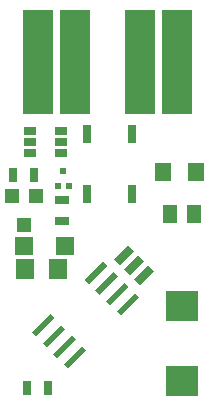
<source format=gtp>
G75*
G70*
%OFA0B0*%
%FSLAX24Y24*%
%IPPOS*%
%LPD*%
%AMOC8*
5,1,8,0,0,1.08239X$1,22.5*
%
%ADD10R,0.0197X0.0866*%
%ADD11R,0.0512X0.0630*%
%ADD12R,0.0591X0.0591*%
%ADD13R,0.0630X0.0709*%
%ADD14R,0.0315X0.0472*%
%ADD15R,0.0551X0.0630*%
%ADD16R,0.1063X0.1004*%
%ADD17R,0.0300X0.0600*%
%ADD18R,0.0276X0.0669*%
%ADD19R,0.0472X0.0315*%
%ADD20R,0.0390X0.0272*%
%ADD21R,0.0197X0.0236*%
%ADD22R,0.1000X0.3500*%
%ADD23R,0.0512X0.0512*%
%ADD24R,0.0472X0.0492*%
D10*
G36*
X002881Y005655D02*
X003020Y005516D01*
X002409Y004905D01*
X002270Y005044D01*
X002881Y005655D01*
G37*
G36*
X003234Y005301D02*
X003373Y005162D01*
X002762Y004551D01*
X002623Y004690D01*
X003234Y005301D01*
G37*
G36*
X002527Y006008D02*
X002666Y005869D01*
X002055Y005258D01*
X001916Y005397D01*
X002527Y006008D01*
G37*
G36*
X002174Y006362D02*
X002313Y006223D01*
X001702Y005612D01*
X001563Y005751D01*
X002174Y006362D01*
G37*
G36*
X003932Y008115D02*
X004071Y007976D01*
X003460Y007365D01*
X003321Y007504D01*
X003932Y008115D01*
G37*
G36*
X004286Y007761D02*
X004425Y007622D01*
X003814Y007011D01*
X003675Y007150D01*
X004286Y007761D01*
G37*
G36*
X004640Y007408D02*
X004779Y007269D01*
X004168Y006658D01*
X004029Y006797D01*
X004640Y007408D01*
G37*
G36*
X004990Y007057D02*
X005129Y006918D01*
X004518Y006307D01*
X004379Y006446D01*
X004990Y007057D01*
G37*
D11*
X006178Y009709D03*
X006966Y009709D03*
D12*
X002661Y008629D03*
X001283Y008629D03*
D13*
X001321Y007849D03*
X002423Y007849D03*
D14*
X001397Y003909D03*
X002106Y003909D03*
X001626Y011009D03*
X000917Y011009D03*
D15*
X005941Y011089D03*
X007043Y011089D03*
D16*
X006552Y006617D03*
X006552Y004120D03*
D17*
X004891Y010362D03*
X004891Y012362D03*
X003391Y012362D03*
X003391Y010362D03*
D18*
G36*
X004486Y008002D02*
X004291Y008197D01*
X004762Y008668D01*
X004957Y008473D01*
X004486Y008002D01*
G37*
G36*
X004820Y007668D02*
X004625Y007863D01*
X005096Y008334D01*
X005291Y008139D01*
X004820Y007668D01*
G37*
G36*
X005154Y007334D02*
X004959Y007529D01*
X005430Y008000D01*
X005625Y007805D01*
X005154Y007334D01*
G37*
D19*
X002572Y009454D03*
X002572Y010163D03*
D20*
X002524Y011714D03*
X002524Y012089D03*
X002524Y012463D03*
X001500Y012463D03*
X001500Y012089D03*
X001500Y011714D03*
D21*
X002415Y010633D03*
X002612Y011144D03*
X002809Y010633D03*
D22*
X002981Y014769D03*
X001763Y014769D03*
X005163Y014769D03*
X006381Y014769D03*
D23*
X001292Y009317D03*
D24*
X001686Y010311D03*
X000898Y010311D03*
M02*

</source>
